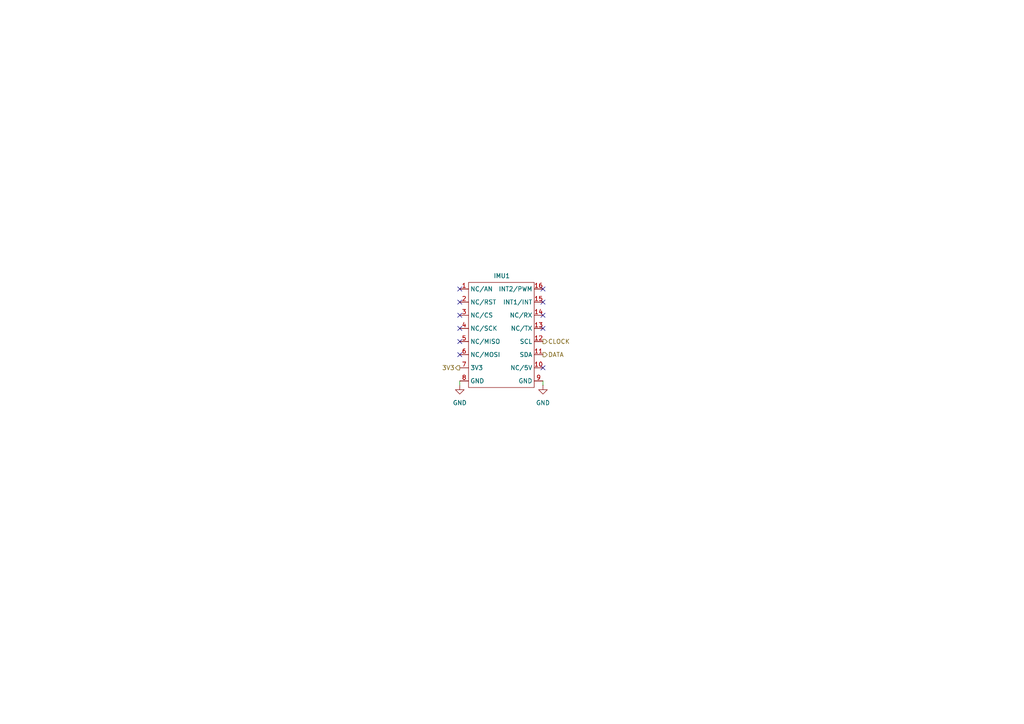
<source format=kicad_sch>
(kicad_sch
	(version 20250114)
	(generator "eeschema")
	(generator_version "9.0")
	(uuid "e1d4314e-eac7-4eff-a807-30be4b1931e9")
	(paper "A4")
	(lib_symbols
		(symbol "IMU_2"
			(exclude_from_sim no)
			(in_bom yes)
			(on_board yes)
			(property "Reference" "IMU"
				(at 0 0 0)
				(effects
					(font
						(size 1.27 1.27)
					)
				)
			)
			(property "Value" ""
				(at 0 0 0)
				(effects
					(font
						(size 1.27 1.27)
					)
				)
			)
			(property "Footprint" ""
				(at 0 0 0)
				(effects
					(font
						(size 1.27 1.27)
					)
					(hide yes)
				)
			)
			(property "Datasheet" ""
				(at 0 0 0)
				(effects
					(font
						(size 1.27 1.27)
					)
					(hide yes)
				)
			)
			(property "Description" ""
				(at 0 0 0)
				(effects
					(font
						(size 1.27 1.27)
					)
					(hide yes)
				)
			)
			(symbol "IMU_2_0_1"
				(rectangle
					(start -7.62 -1.905)
					(end 11.43 -32.385)
					(stroke
						(width 0)
						(type default)
					)
					(fill
						(type none)
					)
				)
			)
			(symbol "IMU_2_1_1"
				(pin input line
					(at -10.16 -3.81 0)
					(length 2.54)
					(name "NC/AN"
						(effects
							(font
								(size 1.27 1.27)
							)
						)
					)
					(number "1"
						(effects
							(font
								(size 1.27 1.27)
							)
						)
					)
				)
				(pin input line
					(at -10.16 -7.62 0)
					(length 2.54)
					(name "NC/RST"
						(effects
							(font
								(size 1.27 1.27)
							)
						)
					)
					(number "2"
						(effects
							(font
								(size 1.27 1.27)
							)
						)
					)
				)
				(pin input line
					(at -10.16 -11.43 0)
					(length 2.54)
					(name "NC/CS"
						(effects
							(font
								(size 1.27 1.27)
							)
						)
					)
					(number "3"
						(effects
							(font
								(size 1.27 1.27)
							)
						)
					)
				)
				(pin input line
					(at -10.16 -15.24 0)
					(length 2.54)
					(name "NC/SCK"
						(effects
							(font
								(size 1.27 1.27)
							)
						)
					)
					(number "4"
						(effects
							(font
								(size 1.27 1.27)
							)
						)
					)
				)
				(pin input line
					(at -10.16 -19.05 0)
					(length 2.54)
					(name "NC/MISO"
						(effects
							(font
								(size 1.27 1.27)
							)
						)
					)
					(number "5"
						(effects
							(font
								(size 1.27 1.27)
							)
						)
					)
				)
				(pin input line
					(at -10.16 -22.86 0)
					(length 2.54)
					(name "NC/MOSI"
						(effects
							(font
								(size 1.27 1.27)
							)
						)
					)
					(number "6"
						(effects
							(font
								(size 1.27 1.27)
							)
						)
					)
				)
				(pin power_in line
					(at -10.16 -26.67 0)
					(length 2.54)
					(name "3V3"
						(effects
							(font
								(size 1.27 1.27)
							)
						)
					)
					(number "7"
						(effects
							(font
								(size 1.27 1.27)
							)
						)
					)
				)
				(pin power_out line
					(at -10.16 -30.48 0)
					(length 2.54)
					(name "GND"
						(effects
							(font
								(size 1.27 1.27)
							)
						)
					)
					(number "8"
						(effects
							(font
								(size 1.27 1.27)
							)
						)
					)
				)
				(pin input line
					(at 13.97 -3.81 180)
					(length 2.54)
					(name "INT2/PWM"
						(effects
							(font
								(size 1.27 1.27)
							)
						)
					)
					(number "16"
						(effects
							(font
								(size 1.27 1.27)
							)
						)
					)
				)
				(pin input line
					(at 13.97 -7.62 180)
					(length 2.54)
					(name "INT1/INT"
						(effects
							(font
								(size 1.27 1.27)
							)
						)
					)
					(number "15"
						(effects
							(font
								(size 1.27 1.27)
							)
						)
					)
				)
				(pin input line
					(at 13.97 -11.43 180)
					(length 2.54)
					(name "NC/RX"
						(effects
							(font
								(size 1.27 1.27)
							)
						)
					)
					(number "14"
						(effects
							(font
								(size 1.27 1.27)
							)
						)
					)
				)
				(pin input line
					(at 13.97 -15.24 180)
					(length 2.54)
					(name "NC/TX"
						(effects
							(font
								(size 1.27 1.27)
							)
						)
					)
					(number "13"
						(effects
							(font
								(size 1.27 1.27)
							)
						)
					)
				)
				(pin output line
					(at 13.97 -19.05 180)
					(length 2.54)
					(name "SCL"
						(effects
							(font
								(size 1.27 1.27)
							)
						)
					)
					(number "12"
						(effects
							(font
								(size 1.27 1.27)
							)
						)
					)
				)
				(pin output line
					(at 13.97 -22.86 180)
					(length 2.54)
					(name "SDA"
						(effects
							(font
								(size 1.27 1.27)
							)
						)
					)
					(number "11"
						(effects
							(font
								(size 1.27 1.27)
							)
						)
					)
				)
				(pin input line
					(at 13.97 -26.67 180)
					(length 2.54)
					(name "NC/5V"
						(effects
							(font
								(size 1.27 1.27)
							)
						)
					)
					(number "10"
						(effects
							(font
								(size 1.27 1.27)
							)
						)
					)
				)
				(pin power_out line
					(at 13.97 -30.48 180)
					(length 2.54)
					(name "GND"
						(effects
							(font
								(size 1.27 1.27)
							)
						)
					)
					(number "9"
						(effects
							(font
								(size 1.27 1.27)
							)
						)
					)
				)
			)
			(embedded_fonts no)
		)
		(symbol "power:GND"
			(power)
			(pin_numbers
				(hide yes)
			)
			(pin_names
				(offset 0)
				(hide yes)
			)
			(exclude_from_sim no)
			(in_bom yes)
			(on_board yes)
			(property "Reference" "#PWR"
				(at 0 -6.35 0)
				(effects
					(font
						(size 1.27 1.27)
					)
					(hide yes)
				)
			)
			(property "Value" "GND"
				(at 0 -3.81 0)
				(effects
					(font
						(size 1.27 1.27)
					)
				)
			)
			(property "Footprint" ""
				(at 0 0 0)
				(effects
					(font
						(size 1.27 1.27)
					)
					(hide yes)
				)
			)
			(property "Datasheet" ""
				(at 0 0 0)
				(effects
					(font
						(size 1.27 1.27)
					)
					(hide yes)
				)
			)
			(property "Description" "Power symbol creates a global label with name \"GND\" , ground"
				(at 0 0 0)
				(effects
					(font
						(size 1.27 1.27)
					)
					(hide yes)
				)
			)
			(property "ki_keywords" "global power"
				(at 0 0 0)
				(effects
					(font
						(size 1.27 1.27)
					)
					(hide yes)
				)
			)
			(symbol "GND_0_1"
				(polyline
					(pts
						(xy 0 0) (xy 0 -1.27) (xy 1.27 -1.27) (xy 0 -2.54) (xy -1.27 -1.27) (xy 0 -1.27)
					)
					(stroke
						(width 0)
						(type default)
					)
					(fill
						(type none)
					)
				)
			)
			(symbol "GND_1_1"
				(pin power_in line
					(at 0 0 270)
					(length 0)
					(name "~"
						(effects
							(font
								(size 1.27 1.27)
							)
						)
					)
					(number "1"
						(effects
							(font
								(size 1.27 1.27)
							)
						)
					)
				)
			)
			(embedded_fonts no)
		)
	)
	(no_connect
		(at 133.35 99.06)
		(uuid "029baf84-2b6d-47ef-a412-9fb7955ed977")
	)
	(no_connect
		(at 133.35 102.87)
		(uuid "0fd1ba69-6750-4e21-af72-433bd4dfa595")
	)
	(no_connect
		(at 157.48 83.82)
		(uuid "21476774-87ab-486e-8ea2-9c7aba8b6568")
	)
	(no_connect
		(at 133.35 95.25)
		(uuid "31d2d2ac-96a9-4359-9c0f-429f0155c9b7")
	)
	(no_connect
		(at 133.35 83.82)
		(uuid "3d4c11fb-7f68-44b9-a98c-7cd9fa1d5bba")
	)
	(no_connect
		(at 133.35 91.44)
		(uuid "502b75b5-356c-472b-b4d4-3e1377774913")
	)
	(no_connect
		(at 157.48 87.63)
		(uuid "56542f19-aa1b-4505-9a26-20f8b6be65e1")
	)
	(no_connect
		(at 157.48 106.68)
		(uuid "857e4c01-cdb5-494f-ae40-b5842635e1cf")
	)
	(no_connect
		(at 133.35 87.63)
		(uuid "87220085-4c94-4eee-b539-9bbefa434ca6")
	)
	(no_connect
		(at 157.48 95.25)
		(uuid "ed67300e-bc34-4ba2-858f-1db2a729d1b5")
	)
	(no_connect
		(at 157.48 91.44)
		(uuid "fa1d49f4-da00-4fd7-9f1c-59186d58a36b")
	)
	(wire
		(pts
			(xy 133.35 110.49) (xy 133.35 111.76)
		)
		(stroke
			(width 0)
			(type default)
		)
		(uuid "04fc930d-59c4-4f0a-87ee-073edd2af256")
	)
	(wire
		(pts
			(xy 157.48 110.49) (xy 157.48 111.76)
		)
		(stroke
			(width 0)
			(type default)
		)
		(uuid "5ca1c327-4110-4397-b2ff-a873fab27269")
	)
	(hierarchical_label "DATA"
		(shape output)
		(at 157.48 102.87 0)
		(effects
			(font
				(size 1.27 1.27)
			)
			(justify left)
		)
		(uuid "04315251-7678-4773-b751-d80ff627c1cc")
	)
	(hierarchical_label "CLOCK"
		(shape output)
		(at 157.48 99.06 0)
		(effects
			(font
				(size 1.27 1.27)
			)
			(justify left)
		)
		(uuid "85d0eb6c-b3a2-418f-be8f-4017b18179bb")
	)
	(hierarchical_label "3V3"
		(shape output)
		(at 133.35 106.68 180)
		(effects
			(font
				(size 1.27 1.27)
			)
			(justify right)
		)
		(uuid "89141107-d51b-468b-884c-5ca37e6e07ef")
	)
	(symbol
		(lib_id "power:GND")
		(at 133.35 111.76 0)
		(unit 1)
		(exclude_from_sim no)
		(in_bom yes)
		(on_board yes)
		(dnp no)
		(fields_autoplaced yes)
		(uuid "2f827780-cd01-409e-b0cd-7c4e9ee863d1")
		(property "Reference" "#PWR030"
			(at 133.35 118.11 0)
			(effects
				(font
					(size 1.27 1.27)
				)
				(hide yes)
			)
		)
		(property "Value" "GND"
			(at 133.35 116.84 0)
			(effects
				(font
					(size 1.27 1.27)
				)
			)
		)
		(property "Footprint" ""
			(at 133.35 111.76 0)
			(effects
				(font
					(size 1.27 1.27)
				)
				(hide yes)
			)
		)
		(property "Datasheet" ""
			(at 133.35 111.76 0)
			(effects
				(font
					(size 1.27 1.27)
				)
				(hide yes)
			)
		)
		(property "Description" "Power symbol creates a global label with name \"GND\" , ground"
			(at 133.35 111.76 0)
			(effects
				(font
					(size 1.27 1.27)
				)
				(hide yes)
			)
		)
		(pin "1"
			(uuid "e81c0a8d-f369-4839-afa7-409e6aecc26f")
		)
		(instances
			(project "Basic Power Distribution"
				(path "/806c945d-80a3-4a32-a262-566a8b69f4ec/757f738d-1c2e-48f4-b574-66db06be0aae"
					(reference "#PWR030")
					(unit 1)
				)
			)
		)
	)
	(symbol
		(lib_name "IMU_2")
		(lib_id "Power Distribution Library:IMU")
		(at 143.51 80.01 0)
		(unit 1)
		(exclude_from_sim no)
		(in_bom yes)
		(on_board yes)
		(dnp no)
		(uuid "38b50198-fa0b-486f-b824-1ec30046f538")
		(property "Reference" "IMU1"
			(at 145.542 80.01 0)
			(effects
				(font
					(size 1.27 1.27)
				)
			)
		)
		(property "Value" "~"
			(at 145.415 80.01 0)
			(effects
				(font
					(size 1.27 1.27)
				)
				(hide yes)
			)
		)
		(property "Footprint" ""
			(at 143.51 80.01 0)
			(effects
				(font
					(size 1.27 1.27)
				)
				(hide yes)
			)
		)
		(property "Datasheet" ""
			(at 143.51 80.01 0)
			(effects
				(font
					(size 1.27 1.27)
				)
				(hide yes)
			)
		)
		(property "Description" ""
			(at 143.51 80.01 0)
			(effects
				(font
					(size 1.27 1.27)
				)
				(hide yes)
			)
		)
		(pin "6"
			(uuid "25bdcfa1-679b-47d1-a5d2-969ae535f88e")
		)
		(pin "2"
			(uuid "2be8a142-3db8-40ad-8841-2d8e7b2705b2")
		)
		(pin "1"
			(uuid "cf5a65b0-5c5a-4f13-baa1-9f20036a0ee4")
		)
		(pin "4"
			(uuid "3d6ff93d-97e0-41bc-9d44-e9b118a99c34")
		)
		(pin "5"
			(uuid "2d350288-5bf9-48e6-ac1a-3526a885ccd8")
		)
		(pin "3"
			(uuid "24708433-e421-4996-aaab-06934691d4d0")
		)
		(pin "15"
			(uuid "4a9a3437-9f30-487f-b0c6-5a5bdd23f6b1")
		)
		(pin "10"
			(uuid "1b411670-9b1a-4344-bf6a-869affd6b3ef")
		)
		(pin "8"
			(uuid "05675cf4-18bf-43b5-b763-bc5d8df0c209")
		)
		(pin "14"
			(uuid "d7ad3038-e14c-4435-9e8e-5cd0001db985")
		)
		(pin "7"
			(uuid "4cb2b088-7ef4-4701-8ef9-245703f7fe6a")
		)
		(pin "12"
			(uuid "abaf99b7-d563-4c0b-bff5-49f8a9656ef5")
		)
		(pin "11"
			(uuid "1956d829-e893-4fcd-9949-d099c81fd5a8")
		)
		(pin "16"
			(uuid "dfd93989-c967-4cba-91eb-35f48c7b7751")
		)
		(pin "9"
			(uuid "ae093251-5f57-41ec-8037-7e98f85892d2")
		)
		(pin "13"
			(uuid "578c44ea-2c6d-4bb9-92ed-36a9f30bed64")
		)
		(instances
			(project "Basic Power Distribution"
				(path "/806c945d-80a3-4a32-a262-566a8b69f4ec/757f738d-1c2e-48f4-b574-66db06be0aae"
					(reference "IMU1")
					(unit 1)
				)
			)
		)
	)
	(symbol
		(lib_id "power:GND")
		(at 157.48 111.76 0)
		(unit 1)
		(exclude_from_sim no)
		(in_bom yes)
		(on_board yes)
		(dnp no)
		(fields_autoplaced yes)
		(uuid "b84dda2a-3487-4508-b369-ac5d3488b12b")
		(property "Reference" "#PWR034"
			(at 157.48 118.11 0)
			(effects
				(font
					(size 1.27 1.27)
				)
				(hide yes)
			)
		)
		(property "Value" "GND"
			(at 157.48 116.84 0)
			(effects
				(font
					(size 1.27 1.27)
				)
			)
		)
		(property "Footprint" ""
			(at 157.48 111.76 0)
			(effects
				(font
					(size 1.27 1.27)
				)
				(hide yes)
			)
		)
		(property "Datasheet" ""
			(at 157.48 111.76 0)
			(effects
				(font
					(size 1.27 1.27)
				)
				(hide yes)
			)
		)
		(property "Description" "Power symbol creates a global label with name \"GND\" , ground"
			(at 157.48 111.76 0)
			(effects
				(font
					(size 1.27 1.27)
				)
				(hide yes)
			)
		)
		(pin "1"
			(uuid "349567ea-1434-43df-874b-3546e8ca5f96")
		)
		(instances
			(project "Basic Power Distribution"
				(path "/806c945d-80a3-4a32-a262-566a8b69f4ec/757f738d-1c2e-48f4-b574-66db06be0aae"
					(reference "#PWR034")
					(unit 1)
				)
			)
		)
	)
)

</source>
